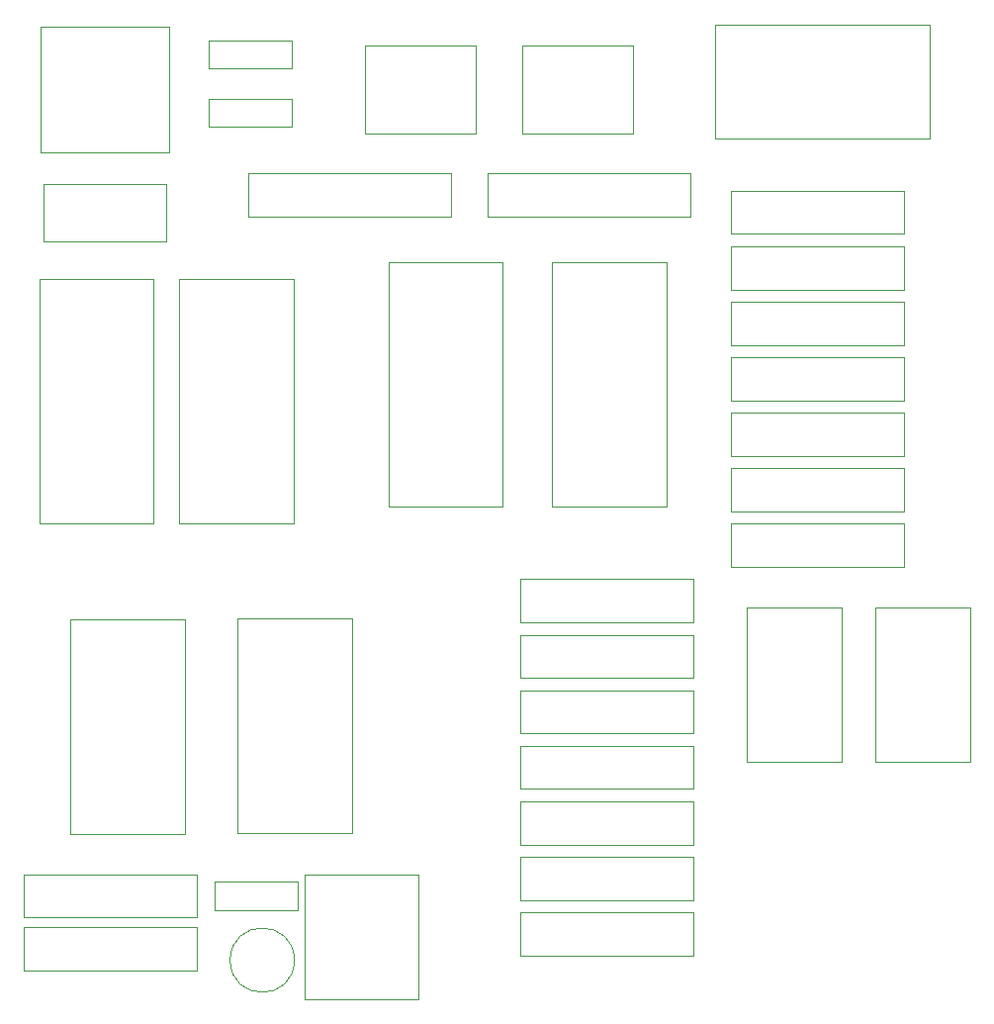
<source format=gbr>
%TF.GenerationSoftware,KiCad,Pcbnew,8.0.2*%
%TF.CreationDate,2024-05-14T19:41:19+03:00*%
%TF.ProjectId,PCB1,50434231-2e6b-4696-9361-645f70636258,rev?*%
%TF.SameCoordinates,Original*%
%TF.FileFunction,Other,User*%
%FSLAX46Y46*%
G04 Gerber Fmt 4.6, Leading zero omitted, Abs format (unit mm)*
G04 Created by KiCad (PCBNEW 8.0.2) date 2024-05-14 19:41:19*
%MOMM*%
%LPD*%
G01*
G04 APERTURE LIST*
%ADD10C,0.050000*%
G04 APERTURE END LIST*
D10*
%TO.C,R3*%
X139600000Y-117150000D02*
X139600000Y-120850000D01*
X139600000Y-120850000D02*
X154400000Y-120850000D01*
X154400000Y-117150000D02*
X139600000Y-117150000D01*
X154400000Y-120850000D02*
X154400000Y-117150000D01*
%TO.C,C1*%
X155450000Y-41300000D02*
X155450000Y-43700000D01*
X155450000Y-43700000D02*
X162550000Y-43700000D01*
X162550000Y-41300000D02*
X155450000Y-41300000D01*
X162550000Y-43700000D02*
X162550000Y-41300000D01*
%TO.C,U5*%
X140900000Y-61750000D02*
X140900000Y-82600000D01*
X140900000Y-82600000D02*
X150700000Y-82600000D01*
X150700000Y-61750000D02*
X140900000Y-61750000D01*
X150700000Y-82600000D02*
X150700000Y-61750000D01*
%TO.C,R18*%
X200100000Y-82650000D02*
X200100000Y-86350000D01*
X200100000Y-86350000D02*
X214900000Y-86350000D01*
X214900000Y-82650000D02*
X200100000Y-82650000D01*
X214900000Y-86350000D02*
X214900000Y-82650000D01*
%TO.C,R14*%
X200100000Y-63650000D02*
X200100000Y-67350000D01*
X200100000Y-67350000D02*
X214900000Y-67350000D01*
X214900000Y-63650000D02*
X200100000Y-63650000D01*
X214900000Y-67350000D02*
X214900000Y-63650000D01*
%TO.C,R5*%
X182100000Y-87400000D02*
X182100000Y-91100000D01*
X182100000Y-91100000D02*
X196900000Y-91100000D01*
X196900000Y-87400000D02*
X182100000Y-87400000D01*
X196900000Y-91100000D02*
X196900000Y-87400000D01*
%TO.C,R8*%
X182100000Y-101650000D02*
X182100000Y-105350000D01*
X182100000Y-105350000D02*
X196900000Y-105350000D01*
X196900000Y-101650000D02*
X182100000Y-101650000D01*
X196900000Y-105350000D02*
X196900000Y-101650000D01*
%TO.C,R13*%
X200100000Y-58900000D02*
X200100000Y-62600000D01*
X200100000Y-62600000D02*
X214900000Y-62600000D01*
X214900000Y-58900000D02*
X200100000Y-58900000D01*
X214900000Y-62600000D02*
X214900000Y-58900000D01*
%TO.C,R6*%
X182100000Y-92150000D02*
X182100000Y-95850000D01*
X182100000Y-95850000D02*
X196900000Y-95850000D01*
X196900000Y-92150000D02*
X182100000Y-92150000D01*
X196900000Y-95850000D02*
X196900000Y-92150000D01*
%TO.C,C4*%
X162750000Y-120000000D02*
G75*
G02*
X157250000Y-120000000I-2750000J0D01*
G01*
X157250000Y-120000000D02*
G75*
G02*
X162750000Y-120000000I2750000J0D01*
G01*
%TO.C,SW1*%
X168750000Y-41750000D02*
X169000000Y-41750000D01*
X168750000Y-42000000D02*
X168750000Y-41750000D01*
X168750000Y-49000000D02*
X168750000Y-42000000D01*
X168750000Y-49000000D02*
X168750000Y-49250000D01*
X168750000Y-49250000D02*
X169000000Y-49250000D01*
X169000000Y-41750000D02*
X178000000Y-41750000D01*
X178000000Y-41750000D02*
X178250000Y-41750000D01*
X178000000Y-49250000D02*
X169000000Y-49250000D01*
X178000000Y-49250000D02*
X178250000Y-49250000D01*
X178250000Y-41750000D02*
X178250000Y-42000000D01*
X178250000Y-42000000D02*
X178250000Y-49000000D01*
X178250000Y-49250000D02*
X178250000Y-49000000D01*
%TO.C,U6*%
X152900000Y-61750000D02*
X152900000Y-82600000D01*
X152900000Y-82600000D02*
X162700000Y-82600000D01*
X162700000Y-61750000D02*
X152900000Y-61750000D01*
X162700000Y-82600000D02*
X162700000Y-61750000D01*
%TO.C,R15*%
X200100000Y-68400000D02*
X200100000Y-72100000D01*
X200100000Y-72100000D02*
X214900000Y-72100000D01*
X214900000Y-68400000D02*
X200100000Y-68400000D01*
X214900000Y-72100000D02*
X214900000Y-68400000D01*
%TO.C,R1*%
X158830000Y-52650000D02*
X158830000Y-56350000D01*
X158830000Y-56350000D02*
X176170000Y-56350000D01*
X176170000Y-52650000D02*
X158830000Y-52650000D01*
X176170000Y-56350000D02*
X176170000Y-52650000D01*
%TO.C,U11*%
X212500000Y-89840000D02*
X220600000Y-89840000D01*
X212500000Y-103040000D02*
X212500000Y-89840000D01*
X220600000Y-89840000D02*
X220600000Y-103040000D01*
X220600000Y-103040000D02*
X212500000Y-103040000D01*
%TO.C,R10*%
X182100000Y-111150000D02*
X182100000Y-114850000D01*
X182100000Y-114850000D02*
X196900000Y-114850000D01*
X196900000Y-111150000D02*
X182100000Y-111150000D01*
X196900000Y-114850000D02*
X196900000Y-111150000D01*
%TO.C,U3*%
X143600000Y-90825000D02*
X143600000Y-109175000D01*
X143600000Y-109175000D02*
X153400000Y-109175000D01*
X153400000Y-90825000D02*
X143600000Y-90825000D01*
X153400000Y-109175000D02*
X153400000Y-90825000D01*
%TO.C,R11*%
X182100000Y-115900000D02*
X182100000Y-119600000D01*
X182100000Y-119600000D02*
X196900000Y-119600000D01*
X196900000Y-115900000D02*
X182100000Y-115900000D01*
X196900000Y-119600000D02*
X196900000Y-115900000D01*
%TO.C,U7*%
X157900000Y-90750000D02*
X157900000Y-109100000D01*
X157900000Y-109100000D02*
X167700000Y-109100000D01*
X167700000Y-90750000D02*
X157900000Y-90750000D01*
X167700000Y-109100000D02*
X167700000Y-90750000D01*
%TO.C,C3*%
X155950000Y-113300000D02*
X155950000Y-115700000D01*
X155950000Y-115700000D02*
X163050000Y-115700000D01*
X163050000Y-113300000D02*
X155950000Y-113300000D01*
X163050000Y-115700000D02*
X163050000Y-113300000D01*
%TO.C,R4*%
X179330000Y-52650000D02*
X179330000Y-56350000D01*
X179330000Y-56350000D02*
X196670000Y-56350000D01*
X196670000Y-52650000D02*
X179330000Y-52650000D01*
X196670000Y-56350000D02*
X196670000Y-52650000D01*
%TO.C,R12*%
X200100000Y-54150000D02*
X200100000Y-57850000D01*
X200100000Y-57850000D02*
X214900000Y-57850000D01*
X214900000Y-54150000D02*
X200100000Y-54150000D01*
X214900000Y-57850000D02*
X214900000Y-54150000D01*
%TO.C,U2*%
X198750000Y-39920000D02*
X198750000Y-49720000D01*
X198750000Y-49720000D02*
X217100000Y-49720000D01*
X217100000Y-39920000D02*
X198750000Y-39920000D01*
X217100000Y-49720000D02*
X217100000Y-39920000D01*
%TO.C,R17*%
X200100000Y-77900000D02*
X200100000Y-81600000D01*
X200100000Y-81600000D02*
X214900000Y-81600000D01*
X214900000Y-77900000D02*
X200100000Y-77900000D01*
X214900000Y-81600000D02*
X214900000Y-77900000D01*
%TO.C,SW2*%
X182250000Y-41750000D02*
X182500000Y-41750000D01*
X182250000Y-42000000D02*
X182250000Y-41750000D01*
X182250000Y-49000000D02*
X182250000Y-42000000D01*
X182250000Y-49000000D02*
X182250000Y-49250000D01*
X182250000Y-49250000D02*
X182500000Y-49250000D01*
X182500000Y-41750000D02*
X191500000Y-41750000D01*
X191500000Y-41750000D02*
X191750000Y-41750000D01*
X191500000Y-49250000D02*
X182500000Y-49250000D01*
X191500000Y-49250000D02*
X191750000Y-49250000D01*
X191750000Y-41750000D02*
X191750000Y-42000000D01*
X191750000Y-42000000D02*
X191750000Y-49000000D01*
X191750000Y-49250000D02*
X191750000Y-49000000D01*
%TO.C,R9*%
X182100000Y-106400000D02*
X182100000Y-110100000D01*
X182100000Y-110100000D02*
X196900000Y-110100000D01*
X196900000Y-106400000D02*
X182100000Y-106400000D01*
X196900000Y-110100000D02*
X196900000Y-106400000D01*
%TO.C,U4*%
X141250000Y-53545000D02*
X141250000Y-58455000D01*
X141250000Y-58455000D02*
X151750000Y-58455000D01*
X151750000Y-53545000D02*
X141250000Y-53545000D01*
X151750000Y-58455000D02*
X151750000Y-53545000D01*
%TO.C,R2*%
X139600000Y-112650000D02*
X139600000Y-116350000D01*
X139600000Y-116350000D02*
X154400000Y-116350000D01*
X154400000Y-112650000D02*
X139600000Y-112650000D01*
X154400000Y-116350000D02*
X154400000Y-112650000D01*
%TO.C,C2*%
X155450000Y-46300000D02*
X155450000Y-48700000D01*
X155450000Y-48700000D02*
X162550000Y-48700000D01*
X162550000Y-46300000D02*
X155450000Y-46300000D01*
X162550000Y-48700000D02*
X162550000Y-46300000D01*
%TO.C,U10*%
X201500000Y-89800000D02*
X209600000Y-89800000D01*
X201500000Y-103000000D02*
X201500000Y-89800000D01*
X209600000Y-89800000D02*
X209600000Y-103000000D01*
X209600000Y-103000000D02*
X201500000Y-103000000D01*
%TO.C,R7*%
X182100000Y-96900000D02*
X182100000Y-100600000D01*
X182100000Y-100600000D02*
X196900000Y-100600000D01*
X196900000Y-96900000D02*
X182100000Y-96900000D01*
X196900000Y-100600000D02*
X196900000Y-96900000D01*
%TO.C,U1*%
X163600000Y-112650000D02*
X163600000Y-123350000D01*
X163600000Y-123350000D02*
X173400000Y-123350000D01*
X173400000Y-112650000D02*
X163600000Y-112650000D01*
X173400000Y-123350000D02*
X173400000Y-112650000D01*
%TO.C,R16*%
X200100000Y-73150000D02*
X200100000Y-76850000D01*
X200100000Y-76850000D02*
X214900000Y-76850000D01*
X214900000Y-73150000D02*
X200100000Y-73150000D01*
X214900000Y-76850000D02*
X214900000Y-73150000D01*
%TO.C,J1*%
X141000000Y-40095000D02*
X141000000Y-50905000D01*
X141000000Y-50905000D02*
X152000000Y-50905000D01*
X152000000Y-40095000D02*
X141000000Y-40095000D01*
X152000000Y-50905000D02*
X152000000Y-40095000D01*
%TO.C,U8*%
X170780000Y-60290000D02*
X170780000Y-81140000D01*
X170780000Y-81140000D02*
X180580000Y-81140000D01*
X180580000Y-60290000D02*
X170780000Y-60290000D01*
X180580000Y-81140000D02*
X180580000Y-60290000D01*
%TO.C,U9*%
X194580000Y-81140000D02*
X194580000Y-60290000D01*
X194580000Y-60290000D02*
X184780000Y-60290000D01*
X184780000Y-81140000D02*
X194580000Y-81140000D01*
X184780000Y-60290000D02*
X184780000Y-81140000D01*
%TD*%
M02*

</source>
